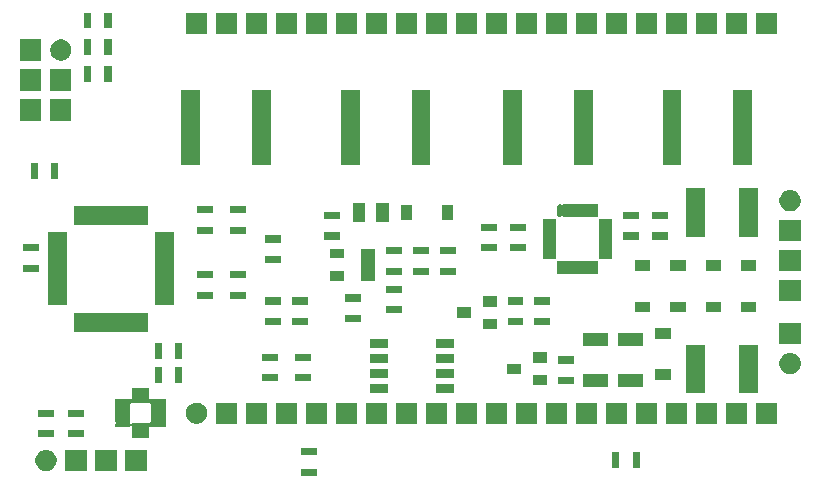
<source format=gbr>
G04 #@! TF.GenerationSoftware,KiCad,Pcbnew,(5.1.2-1)-1*
G04 #@! TF.CreationDate,2019-10-19T13:23:49+03:00*
G04 #@! TF.ProjectId,mag,6d61672e-6b69-4636-9164-5f7063625858,rev?*
G04 #@! TF.SameCoordinates,Original*
G04 #@! TF.FileFunction,Soldermask,Bot*
G04 #@! TF.FilePolarity,Negative*
%FSLAX46Y46*%
G04 Gerber Fmt 4.6, Leading zero omitted, Abs format (unit mm)*
G04 Created by KiCad (PCBNEW (5.1.2-1)-1) date 2019-10-19 13:23:49*
%MOMM*%
%LPD*%
G04 APERTURE LIST*
%ADD10C,0.100000*%
G04 APERTURE END LIST*
D10*
G36*
X127925000Y-80300000D02*
G01*
X126575000Y-80300000D01*
X126575000Y-79700000D01*
X127925000Y-79700000D01*
X127925000Y-80300000D01*
X127925000Y-80300000D01*
G37*
G36*
X110980000Y-79900000D02*
G01*
X109180000Y-79900000D01*
X109180000Y-78100000D01*
X110980000Y-78100000D01*
X110980000Y-79900000D01*
X110980000Y-79900000D01*
G37*
G36*
X108440000Y-79900000D02*
G01*
X106640000Y-79900000D01*
X106640000Y-78100000D01*
X108440000Y-78100000D01*
X108440000Y-79900000D01*
X108440000Y-79900000D01*
G37*
G36*
X105262520Y-78134586D02*
G01*
X105262522Y-78134587D01*
X105262523Y-78134587D01*
X105323025Y-78159648D01*
X105426310Y-78202430D01*
X105573717Y-78300924D01*
X105699076Y-78426283D01*
X105797570Y-78573690D01*
X105865414Y-78737480D01*
X105900000Y-78911358D01*
X105900000Y-79088642D01*
X105865414Y-79262520D01*
X105797570Y-79426310D01*
X105699076Y-79573717D01*
X105573717Y-79699076D01*
X105426310Y-79797570D01*
X105323025Y-79840352D01*
X105262523Y-79865413D01*
X105262522Y-79865413D01*
X105262520Y-79865414D01*
X105088642Y-79900000D01*
X104911358Y-79900000D01*
X104737480Y-79865414D01*
X104737478Y-79865413D01*
X104737477Y-79865413D01*
X104676975Y-79840352D01*
X104573690Y-79797570D01*
X104426283Y-79699076D01*
X104300924Y-79573717D01*
X104202430Y-79426310D01*
X104134586Y-79262520D01*
X104100000Y-79088642D01*
X104100000Y-78911358D01*
X104134586Y-78737480D01*
X104202430Y-78573690D01*
X104300924Y-78426283D01*
X104426283Y-78300924D01*
X104573690Y-78202430D01*
X104676975Y-78159648D01*
X104737477Y-78134587D01*
X104737478Y-78134587D01*
X104737480Y-78134586D01*
X104911358Y-78100000D01*
X105088642Y-78100000D01*
X105262520Y-78134586D01*
X105262520Y-78134586D01*
G37*
G36*
X113520000Y-79900000D02*
G01*
X111720000Y-79900000D01*
X111720000Y-78100000D01*
X113520000Y-78100000D01*
X113520000Y-79900000D01*
X113520000Y-79900000D01*
G37*
G36*
X155300000Y-79675000D02*
G01*
X154700000Y-79675000D01*
X154700000Y-78325000D01*
X155300000Y-78325000D01*
X155300000Y-79675000D01*
X155300000Y-79675000D01*
G37*
G36*
X153550000Y-79675000D02*
G01*
X152950000Y-79675000D01*
X152950000Y-78325000D01*
X153550000Y-78325000D01*
X153550000Y-79675000D01*
X153550000Y-79675000D01*
G37*
G36*
X127925000Y-78550000D02*
G01*
X126575000Y-78550000D01*
X126575000Y-77950000D01*
X127925000Y-77950000D01*
X127925000Y-78550000D01*
X127925000Y-78550000D01*
G37*
G36*
X113700000Y-73700001D02*
G01*
X113701921Y-73719510D01*
X113707612Y-73738269D01*
X113716853Y-73755557D01*
X113729289Y-73770711D01*
X113744443Y-73783147D01*
X113761731Y-73792388D01*
X113780490Y-73798079D01*
X113799999Y-73800000D01*
X115150000Y-73800000D01*
X115150000Y-76200000D01*
X113799999Y-76200000D01*
X113780490Y-76201921D01*
X113761731Y-76207612D01*
X113744443Y-76216853D01*
X113729289Y-76229289D01*
X113716853Y-76244443D01*
X113707612Y-76261731D01*
X113701921Y-76280490D01*
X113700000Y-76299999D01*
X113700000Y-77125000D01*
X112300000Y-77125000D01*
X112300000Y-76168264D01*
X112298079Y-76148755D01*
X112292388Y-76129996D01*
X112283147Y-76112708D01*
X112270711Y-76097554D01*
X112255557Y-76085118D01*
X112238269Y-76075877D01*
X112219510Y-76070186D01*
X112200001Y-76068265D01*
X112180492Y-76070186D01*
X112161733Y-76075877D01*
X112144445Y-76085118D01*
X112122702Y-76104824D01*
X112092105Y-76142105D01*
X112061653Y-76167098D01*
X112026907Y-76185669D01*
X111989208Y-76197105D01*
X111974512Y-76198553D01*
X111959817Y-76200000D01*
X111040183Y-76200000D01*
X111025488Y-76198553D01*
X111010792Y-76197105D01*
X110973093Y-76185669D01*
X110938347Y-76167098D01*
X110907895Y-76142105D01*
X110882902Y-76111653D01*
X110864331Y-76076907D01*
X110852895Y-76039208D01*
X110849033Y-75999999D01*
X110852895Y-75960792D01*
X110864331Y-75923093D01*
X110882902Y-75888348D01*
X110903345Y-75863439D01*
X110914236Y-75847140D01*
X110921738Y-75829029D01*
X110925563Y-75809803D01*
X110925563Y-75799999D01*
X112073955Y-75799999D01*
X112075876Y-75819508D01*
X112081567Y-75838267D01*
X112090808Y-75855555D01*
X112096655Y-75863439D01*
X112122702Y-75895176D01*
X112136564Y-75909038D01*
X112152864Y-75919928D01*
X112170975Y-75927430D01*
X112190201Y-75931254D01*
X112209805Y-75931253D01*
X112229031Y-75927428D01*
X112247142Y-75919926D01*
X112263441Y-75909035D01*
X112277303Y-75895173D01*
X112288193Y-75878873D01*
X112295695Y-75860762D01*
X112300000Y-75831736D01*
X112300000Y-75825000D01*
X113750001Y-75825000D01*
X113769510Y-75823079D01*
X113788269Y-75817388D01*
X113805557Y-75808147D01*
X113820711Y-75795711D01*
X113833147Y-75780557D01*
X113842388Y-75763269D01*
X113848079Y-75744510D01*
X113850000Y-75725001D01*
X113850000Y-74249999D01*
X113848079Y-74230490D01*
X113842388Y-74211731D01*
X113833147Y-74194443D01*
X113820711Y-74179289D01*
X113805557Y-74166853D01*
X113788269Y-74157612D01*
X113769510Y-74151921D01*
X113750001Y-74150000D01*
X112249999Y-74150000D01*
X112230490Y-74151921D01*
X112211731Y-74157612D01*
X112194443Y-74166853D01*
X112179289Y-74179289D01*
X112166853Y-74194443D01*
X112157612Y-74211731D01*
X112151921Y-74230490D01*
X112150000Y-74249999D01*
X112150000Y-75703269D01*
X112135686Y-75707612D01*
X112118398Y-75716853D01*
X112103244Y-75729289D01*
X112090808Y-75744443D01*
X112081567Y-75761731D01*
X112075876Y-75780490D01*
X112073955Y-75799999D01*
X110925563Y-75799999D01*
X110925564Y-75790200D01*
X110921740Y-75770973D01*
X110914238Y-75752862D01*
X110903348Y-75736562D01*
X110889486Y-75722700D01*
X110873187Y-75711809D01*
X110855076Y-75704307D01*
X110850000Y-75703297D01*
X110850000Y-73800000D01*
X112200001Y-73800000D01*
X112219510Y-73798079D01*
X112238269Y-73792388D01*
X112255557Y-73783147D01*
X112270711Y-73770711D01*
X112283147Y-73755557D01*
X112292388Y-73738269D01*
X112298079Y-73719510D01*
X112300000Y-73700001D01*
X112300000Y-72850000D01*
X113700000Y-72850000D01*
X113700000Y-73700001D01*
X113700000Y-73700001D01*
G37*
G36*
X108175000Y-77050000D02*
G01*
X106825000Y-77050000D01*
X106825000Y-76450000D01*
X108175000Y-76450000D01*
X108175000Y-77050000D01*
X108175000Y-77050000D01*
G37*
G36*
X105675000Y-77050000D02*
G01*
X104325000Y-77050000D01*
X104325000Y-76450000D01*
X105675000Y-76450000D01*
X105675000Y-77050000D01*
X105675000Y-77050000D01*
G37*
G36*
X128810000Y-75900000D02*
G01*
X127010000Y-75900000D01*
X127010000Y-74100000D01*
X128810000Y-74100000D01*
X128810000Y-75900000D01*
X128810000Y-75900000D01*
G37*
G36*
X126270000Y-75900000D02*
G01*
X124470000Y-75900000D01*
X124470000Y-74100000D01*
X126270000Y-74100000D01*
X126270000Y-75900000D01*
X126270000Y-75900000D01*
G37*
G36*
X123730000Y-75900000D02*
G01*
X121930000Y-75900000D01*
X121930000Y-74100000D01*
X123730000Y-74100000D01*
X123730000Y-75900000D01*
X123730000Y-75900000D01*
G37*
G36*
X121190000Y-75900000D02*
G01*
X119390000Y-75900000D01*
X119390000Y-74100000D01*
X121190000Y-74100000D01*
X121190000Y-75900000D01*
X121190000Y-75900000D01*
G37*
G36*
X118012520Y-74134586D02*
G01*
X118012522Y-74134587D01*
X118012523Y-74134587D01*
X118068110Y-74157612D01*
X118176310Y-74202430D01*
X118323717Y-74300924D01*
X118449076Y-74426283D01*
X118547570Y-74573690D01*
X118615414Y-74737480D01*
X118650000Y-74911358D01*
X118650000Y-75088642D01*
X118615414Y-75262520D01*
X118547570Y-75426310D01*
X118449076Y-75573717D01*
X118323717Y-75699076D01*
X118176310Y-75797570D01*
X118110088Y-75825000D01*
X118012523Y-75865413D01*
X118012522Y-75865413D01*
X118012520Y-75865414D01*
X117838642Y-75900000D01*
X117661358Y-75900000D01*
X117487480Y-75865414D01*
X117487478Y-75865413D01*
X117487477Y-75865413D01*
X117389912Y-75825000D01*
X117323690Y-75797570D01*
X117176283Y-75699076D01*
X117050924Y-75573717D01*
X116952430Y-75426310D01*
X116884586Y-75262520D01*
X116850000Y-75088642D01*
X116850000Y-74911358D01*
X116884586Y-74737480D01*
X116952430Y-74573690D01*
X117050924Y-74426283D01*
X117176283Y-74300924D01*
X117323690Y-74202430D01*
X117431890Y-74157612D01*
X117487477Y-74134587D01*
X117487478Y-74134587D01*
X117487480Y-74134586D01*
X117661358Y-74100000D01*
X117838642Y-74100000D01*
X118012520Y-74134586D01*
X118012520Y-74134586D01*
G37*
G36*
X166910000Y-75900000D02*
G01*
X165110000Y-75900000D01*
X165110000Y-74100000D01*
X166910000Y-74100000D01*
X166910000Y-75900000D01*
X166910000Y-75900000D01*
G37*
G36*
X164370000Y-75900000D02*
G01*
X162570000Y-75900000D01*
X162570000Y-74100000D01*
X164370000Y-74100000D01*
X164370000Y-75900000D01*
X164370000Y-75900000D01*
G37*
G36*
X161830000Y-75900000D02*
G01*
X160030000Y-75900000D01*
X160030000Y-74100000D01*
X161830000Y-74100000D01*
X161830000Y-75900000D01*
X161830000Y-75900000D01*
G37*
G36*
X159290000Y-75900000D02*
G01*
X157490000Y-75900000D01*
X157490000Y-74100000D01*
X159290000Y-74100000D01*
X159290000Y-75900000D01*
X159290000Y-75900000D01*
G37*
G36*
X156750000Y-75900000D02*
G01*
X154950000Y-75900000D01*
X154950000Y-74100000D01*
X156750000Y-74100000D01*
X156750000Y-75900000D01*
X156750000Y-75900000D01*
G37*
G36*
X154210000Y-75900000D02*
G01*
X152410000Y-75900000D01*
X152410000Y-74100000D01*
X154210000Y-74100000D01*
X154210000Y-75900000D01*
X154210000Y-75900000D01*
G37*
G36*
X151670000Y-75900000D02*
G01*
X149870000Y-75900000D01*
X149870000Y-74100000D01*
X151670000Y-74100000D01*
X151670000Y-75900000D01*
X151670000Y-75900000D01*
G37*
G36*
X149130000Y-75900000D02*
G01*
X147330000Y-75900000D01*
X147330000Y-74100000D01*
X149130000Y-74100000D01*
X149130000Y-75900000D01*
X149130000Y-75900000D01*
G37*
G36*
X146590000Y-75900000D02*
G01*
X144790000Y-75900000D01*
X144790000Y-74100000D01*
X146590000Y-74100000D01*
X146590000Y-75900000D01*
X146590000Y-75900000D01*
G37*
G36*
X144050000Y-75900000D02*
G01*
X142250000Y-75900000D01*
X142250000Y-74100000D01*
X144050000Y-74100000D01*
X144050000Y-75900000D01*
X144050000Y-75900000D01*
G37*
G36*
X131350000Y-75900000D02*
G01*
X129550000Y-75900000D01*
X129550000Y-74100000D01*
X131350000Y-74100000D01*
X131350000Y-75900000D01*
X131350000Y-75900000D01*
G37*
G36*
X133890000Y-75900000D02*
G01*
X132090000Y-75900000D01*
X132090000Y-74100000D01*
X133890000Y-74100000D01*
X133890000Y-75900000D01*
X133890000Y-75900000D01*
G37*
G36*
X136430000Y-75900000D02*
G01*
X134630000Y-75900000D01*
X134630000Y-74100000D01*
X136430000Y-74100000D01*
X136430000Y-75900000D01*
X136430000Y-75900000D01*
G37*
G36*
X138970000Y-75900000D02*
G01*
X137170000Y-75900000D01*
X137170000Y-74100000D01*
X138970000Y-74100000D01*
X138970000Y-75900000D01*
X138970000Y-75900000D01*
G37*
G36*
X141510000Y-75900000D02*
G01*
X139710000Y-75900000D01*
X139710000Y-74100000D01*
X141510000Y-74100000D01*
X141510000Y-75900000D01*
X141510000Y-75900000D01*
G37*
G36*
X105675000Y-75300000D02*
G01*
X104325000Y-75300000D01*
X104325000Y-74700000D01*
X105675000Y-74700000D01*
X105675000Y-75300000D01*
X105675000Y-75300000D01*
G37*
G36*
X108175000Y-75300000D02*
G01*
X106825000Y-75300000D01*
X106825000Y-74700000D01*
X108175000Y-74700000D01*
X108175000Y-75300000D01*
X108175000Y-75300000D01*
G37*
G36*
X160800000Y-73300000D02*
G01*
X159200000Y-73300000D01*
X159200000Y-69200000D01*
X160800000Y-69200000D01*
X160800000Y-73300000D01*
X160800000Y-73300000D01*
G37*
G36*
X165300000Y-73300000D02*
G01*
X163700000Y-73300000D01*
X163700000Y-69200000D01*
X165300000Y-69200000D01*
X165300000Y-73300000D01*
X165300000Y-73300000D01*
G37*
G36*
X133992600Y-73259800D02*
G01*
X132419400Y-73259800D01*
X132419400Y-72550200D01*
X133992600Y-72550200D01*
X133992600Y-73259800D01*
X133992600Y-73259800D01*
G37*
G36*
X139580600Y-73259800D02*
G01*
X138007400Y-73259800D01*
X138007400Y-72550200D01*
X139580600Y-72550200D01*
X139580600Y-73259800D01*
X139580600Y-73259800D01*
G37*
G36*
X152550000Y-72800000D02*
G01*
X150450000Y-72800000D01*
X150450000Y-71700000D01*
X152550000Y-71700000D01*
X152550000Y-72800000D01*
X152550000Y-72800000D01*
G37*
G36*
X155550000Y-72800000D02*
G01*
X153450000Y-72800000D01*
X153450000Y-71700000D01*
X155550000Y-71700000D01*
X155550000Y-72800000D01*
X155550000Y-72800000D01*
G37*
G36*
X147450000Y-72650000D02*
G01*
X146250000Y-72650000D01*
X146250000Y-71750000D01*
X147450000Y-71750000D01*
X147450000Y-72650000D01*
X147450000Y-72650000D01*
G37*
G36*
X149675000Y-72550000D02*
G01*
X148325000Y-72550000D01*
X148325000Y-71950000D01*
X149675000Y-71950000D01*
X149675000Y-72550000D01*
X149675000Y-72550000D01*
G37*
G36*
X114800000Y-72425000D02*
G01*
X114200000Y-72425000D01*
X114200000Y-71075000D01*
X114800000Y-71075000D01*
X114800000Y-72425000D01*
X114800000Y-72425000D01*
G37*
G36*
X116550000Y-72425000D02*
G01*
X115950000Y-72425000D01*
X115950000Y-71075000D01*
X116550000Y-71075000D01*
X116550000Y-72425000D01*
X116550000Y-72425000D01*
G37*
G36*
X127425000Y-72300000D02*
G01*
X126075000Y-72300000D01*
X126075000Y-71700000D01*
X127425000Y-71700000D01*
X127425000Y-72300000D01*
X127425000Y-72300000D01*
G37*
G36*
X124675000Y-72300000D02*
G01*
X123325000Y-72300000D01*
X123325000Y-71700000D01*
X124675000Y-71700000D01*
X124675000Y-72300000D01*
X124675000Y-72300000D01*
G37*
G36*
X157900000Y-72200000D02*
G01*
X156600000Y-72200000D01*
X156600000Y-71300000D01*
X157900000Y-71300000D01*
X157900000Y-72200000D01*
X157900000Y-72200000D01*
G37*
G36*
X139580600Y-71989800D02*
G01*
X138007400Y-71989800D01*
X138007400Y-71280200D01*
X139580600Y-71280200D01*
X139580600Y-71989800D01*
X139580600Y-71989800D01*
G37*
G36*
X133992600Y-71989800D02*
G01*
X132419400Y-71989800D01*
X132419400Y-71280200D01*
X133992600Y-71280200D01*
X133992600Y-71989800D01*
X133992600Y-71989800D01*
G37*
G36*
X145250000Y-71700000D02*
G01*
X144050000Y-71700000D01*
X144050000Y-70800000D01*
X145250000Y-70800000D01*
X145250000Y-71700000D01*
X145250000Y-71700000D01*
G37*
G36*
X168262520Y-69924586D02*
G01*
X168262522Y-69924587D01*
X168262523Y-69924587D01*
X168323025Y-69949648D01*
X168426310Y-69992430D01*
X168573717Y-70090924D01*
X168699076Y-70216283D01*
X168797570Y-70363690D01*
X168797570Y-70363691D01*
X168865413Y-70527477D01*
X168900000Y-70701360D01*
X168900000Y-70878640D01*
X168865413Y-71052523D01*
X168840352Y-71113025D01*
X168797570Y-71216310D01*
X168699076Y-71363717D01*
X168573717Y-71489076D01*
X168426310Y-71587570D01*
X168323025Y-71630352D01*
X168262523Y-71655413D01*
X168262522Y-71655413D01*
X168262520Y-71655414D01*
X168088642Y-71690000D01*
X167911358Y-71690000D01*
X167737480Y-71655414D01*
X167737478Y-71655413D01*
X167737477Y-71655413D01*
X167676975Y-71630352D01*
X167573690Y-71587570D01*
X167426283Y-71489076D01*
X167300924Y-71363717D01*
X167202430Y-71216310D01*
X167159648Y-71113025D01*
X167134587Y-71052523D01*
X167100000Y-70878640D01*
X167100000Y-70701360D01*
X167134587Y-70527477D01*
X167202430Y-70363691D01*
X167202430Y-70363690D01*
X167300924Y-70216283D01*
X167426283Y-70090924D01*
X167573690Y-69992430D01*
X167676975Y-69949648D01*
X167737477Y-69924587D01*
X167737478Y-69924587D01*
X167737480Y-69924586D01*
X167911358Y-69890000D01*
X168088642Y-69890000D01*
X168262520Y-69924586D01*
X168262520Y-69924586D01*
G37*
G36*
X149675000Y-70800000D02*
G01*
X148325000Y-70800000D01*
X148325000Y-70200000D01*
X149675000Y-70200000D01*
X149675000Y-70800000D01*
X149675000Y-70800000D01*
G37*
G36*
X147450000Y-70750000D02*
G01*
X146250000Y-70750000D01*
X146250000Y-69850000D01*
X147450000Y-69850000D01*
X147450000Y-70750000D01*
X147450000Y-70750000D01*
G37*
G36*
X133992600Y-70719800D02*
G01*
X132419400Y-70719800D01*
X132419400Y-70010200D01*
X133992600Y-70010200D01*
X133992600Y-70719800D01*
X133992600Y-70719800D01*
G37*
G36*
X139580600Y-70719800D02*
G01*
X138007400Y-70719800D01*
X138007400Y-70010200D01*
X139580600Y-70010200D01*
X139580600Y-70719800D01*
X139580600Y-70719800D01*
G37*
G36*
X124675000Y-70550000D02*
G01*
X123325000Y-70550000D01*
X123325000Y-69950000D01*
X124675000Y-69950000D01*
X124675000Y-70550000D01*
X124675000Y-70550000D01*
G37*
G36*
X127425000Y-70550000D02*
G01*
X126075000Y-70550000D01*
X126075000Y-69950000D01*
X127425000Y-69950000D01*
X127425000Y-70550000D01*
X127425000Y-70550000D01*
G37*
G36*
X116550000Y-70425000D02*
G01*
X115950000Y-70425000D01*
X115950000Y-69075000D01*
X116550000Y-69075000D01*
X116550000Y-70425000D01*
X116550000Y-70425000D01*
G37*
G36*
X114800000Y-70425000D02*
G01*
X114200000Y-70425000D01*
X114200000Y-69075000D01*
X114800000Y-69075000D01*
X114800000Y-70425000D01*
X114800000Y-70425000D01*
G37*
G36*
X133992600Y-69449800D02*
G01*
X132419400Y-69449800D01*
X132419400Y-68740200D01*
X133992600Y-68740200D01*
X133992600Y-69449800D01*
X133992600Y-69449800D01*
G37*
G36*
X139580600Y-69449800D02*
G01*
X138007400Y-69449800D01*
X138007400Y-68740200D01*
X139580600Y-68740200D01*
X139580600Y-69449800D01*
X139580600Y-69449800D01*
G37*
G36*
X155550000Y-69300000D02*
G01*
X153450000Y-69300000D01*
X153450000Y-68200000D01*
X155550000Y-68200000D01*
X155550000Y-69300000D01*
X155550000Y-69300000D01*
G37*
G36*
X152550000Y-69300000D02*
G01*
X150450000Y-69300000D01*
X150450000Y-68200000D01*
X152550000Y-68200000D01*
X152550000Y-69300000D01*
X152550000Y-69300000D01*
G37*
G36*
X168900000Y-69150000D02*
G01*
X167100000Y-69150000D01*
X167100000Y-67350000D01*
X168900000Y-67350000D01*
X168900000Y-69150000D01*
X168900000Y-69150000D01*
G37*
G36*
X157900000Y-68700000D02*
G01*
X156600000Y-68700000D01*
X156600000Y-67800000D01*
X157900000Y-67800000D01*
X157900000Y-68700000D01*
X157900000Y-68700000D01*
G37*
G36*
X113625000Y-68100000D02*
G01*
X107375000Y-68100000D01*
X107375000Y-66500000D01*
X113625000Y-66500000D01*
X113625000Y-68100000D01*
X113625000Y-68100000D01*
G37*
G36*
X143200000Y-67900000D02*
G01*
X142000000Y-67900000D01*
X142000000Y-67000000D01*
X143200000Y-67000000D01*
X143200000Y-67900000D01*
X143200000Y-67900000D01*
G37*
G36*
X124925000Y-67550000D02*
G01*
X123575000Y-67550000D01*
X123575000Y-66950000D01*
X124925000Y-66950000D01*
X124925000Y-67550000D01*
X124925000Y-67550000D01*
G37*
G36*
X127175000Y-67550000D02*
G01*
X125825000Y-67550000D01*
X125825000Y-66950000D01*
X127175000Y-66950000D01*
X127175000Y-67550000D01*
X127175000Y-67550000D01*
G37*
G36*
X145425000Y-67550000D02*
G01*
X144075000Y-67550000D01*
X144075000Y-66950000D01*
X145425000Y-66950000D01*
X145425000Y-67550000D01*
X145425000Y-67550000D01*
G37*
G36*
X147675000Y-67550000D02*
G01*
X146325000Y-67550000D01*
X146325000Y-66950000D01*
X147675000Y-66950000D01*
X147675000Y-67550000D01*
X147675000Y-67550000D01*
G37*
G36*
X131675000Y-67300000D02*
G01*
X130325000Y-67300000D01*
X130325000Y-66700000D01*
X131675000Y-66700000D01*
X131675000Y-67300000D01*
X131675000Y-67300000D01*
G37*
G36*
X141000000Y-66950000D02*
G01*
X139800000Y-66950000D01*
X139800000Y-66050000D01*
X141000000Y-66050000D01*
X141000000Y-66950000D01*
X141000000Y-66950000D01*
G37*
G36*
X135175000Y-66550000D02*
G01*
X133825000Y-66550000D01*
X133825000Y-65950000D01*
X135175000Y-65950000D01*
X135175000Y-66550000D01*
X135175000Y-66550000D01*
G37*
G36*
X165150000Y-66450000D02*
G01*
X163850000Y-66450000D01*
X163850000Y-65550000D01*
X165150000Y-65550000D01*
X165150000Y-66450000D01*
X165150000Y-66450000D01*
G37*
G36*
X162150000Y-66450000D02*
G01*
X160850000Y-66450000D01*
X160850000Y-65550000D01*
X162150000Y-65550000D01*
X162150000Y-66450000D01*
X162150000Y-66450000D01*
G37*
G36*
X156150000Y-66450000D02*
G01*
X154850000Y-66450000D01*
X154850000Y-65550000D01*
X156150000Y-65550000D01*
X156150000Y-66450000D01*
X156150000Y-66450000D01*
G37*
G36*
X159150000Y-66450000D02*
G01*
X157850000Y-66450000D01*
X157850000Y-65550000D01*
X159150000Y-65550000D01*
X159150000Y-66450000D01*
X159150000Y-66450000D01*
G37*
G36*
X143200000Y-66000000D02*
G01*
X142000000Y-66000000D01*
X142000000Y-65100000D01*
X143200000Y-65100000D01*
X143200000Y-66000000D01*
X143200000Y-66000000D01*
G37*
G36*
X115800000Y-65875000D02*
G01*
X114200000Y-65875000D01*
X114200000Y-59625000D01*
X115800000Y-59625000D01*
X115800000Y-65875000D01*
X115800000Y-65875000D01*
G37*
G36*
X106800000Y-65875000D02*
G01*
X105200000Y-65875000D01*
X105200000Y-59625000D01*
X106800000Y-59625000D01*
X106800000Y-65875000D01*
X106800000Y-65875000D01*
G37*
G36*
X145425000Y-65800000D02*
G01*
X144075000Y-65800000D01*
X144075000Y-65200000D01*
X145425000Y-65200000D01*
X145425000Y-65800000D01*
X145425000Y-65800000D01*
G37*
G36*
X147675000Y-65800000D02*
G01*
X146325000Y-65800000D01*
X146325000Y-65200000D01*
X147675000Y-65200000D01*
X147675000Y-65800000D01*
X147675000Y-65800000D01*
G37*
G36*
X127175000Y-65800000D02*
G01*
X125825000Y-65800000D01*
X125825000Y-65200000D01*
X127175000Y-65200000D01*
X127175000Y-65800000D01*
X127175000Y-65800000D01*
G37*
G36*
X124925000Y-65800000D02*
G01*
X123575000Y-65800000D01*
X123575000Y-65200000D01*
X124925000Y-65200000D01*
X124925000Y-65800000D01*
X124925000Y-65800000D01*
G37*
G36*
X131675000Y-65550000D02*
G01*
X130325000Y-65550000D01*
X130325000Y-64950000D01*
X131675000Y-64950000D01*
X131675000Y-65550000D01*
X131675000Y-65550000D01*
G37*
G36*
X168900000Y-65520000D02*
G01*
X167100000Y-65520000D01*
X167100000Y-63720000D01*
X168900000Y-63720000D01*
X168900000Y-65520000D01*
X168900000Y-65520000D01*
G37*
G36*
X119175000Y-65300000D02*
G01*
X117825000Y-65300000D01*
X117825000Y-64700000D01*
X119175000Y-64700000D01*
X119175000Y-65300000D01*
X119175000Y-65300000D01*
G37*
G36*
X121925000Y-65300000D02*
G01*
X120575000Y-65300000D01*
X120575000Y-64700000D01*
X121925000Y-64700000D01*
X121925000Y-65300000D01*
X121925000Y-65300000D01*
G37*
G36*
X135175000Y-64800000D02*
G01*
X133825000Y-64800000D01*
X133825000Y-64200000D01*
X135175000Y-64200000D01*
X135175000Y-64800000D01*
X135175000Y-64800000D01*
G37*
G36*
X132850000Y-63800000D02*
G01*
X131650000Y-63800000D01*
X131650000Y-61100000D01*
X132850000Y-61100000D01*
X132850000Y-63800000D01*
X132850000Y-63800000D01*
G37*
G36*
X130250000Y-63800000D02*
G01*
X129050000Y-63800000D01*
X129050000Y-63000000D01*
X130250000Y-63000000D01*
X130250000Y-63800000D01*
X130250000Y-63800000D01*
G37*
G36*
X121925000Y-63550000D02*
G01*
X120575000Y-63550000D01*
X120575000Y-62950000D01*
X121925000Y-62950000D01*
X121925000Y-63550000D01*
X121925000Y-63550000D01*
G37*
G36*
X119175000Y-63550000D02*
G01*
X117825000Y-63550000D01*
X117825000Y-62950000D01*
X119175000Y-62950000D01*
X119175000Y-63550000D01*
X119175000Y-63550000D01*
G37*
G36*
X139675000Y-63300000D02*
G01*
X138325000Y-63300000D01*
X138325000Y-62700000D01*
X139675000Y-62700000D01*
X139675000Y-63300000D01*
X139675000Y-63300000D01*
G37*
G36*
X135175000Y-63300000D02*
G01*
X133825000Y-63300000D01*
X133825000Y-62700000D01*
X135175000Y-62700000D01*
X135175000Y-63300000D01*
X135175000Y-63300000D01*
G37*
G36*
X137425000Y-63300000D02*
G01*
X136075000Y-63300000D01*
X136075000Y-62700000D01*
X137425000Y-62700000D01*
X137425000Y-63300000D01*
X137425000Y-63300000D01*
G37*
G36*
X151700000Y-63200000D02*
G01*
X148300000Y-63200000D01*
X148300000Y-62100000D01*
X151700000Y-62100000D01*
X151700000Y-63200000D01*
X151700000Y-63200000D01*
G37*
G36*
X104425000Y-63050000D02*
G01*
X103075000Y-63050000D01*
X103075000Y-62450000D01*
X104425000Y-62450000D01*
X104425000Y-63050000D01*
X104425000Y-63050000D01*
G37*
G36*
X168900000Y-62980000D02*
G01*
X167100000Y-62980000D01*
X167100000Y-61180000D01*
X168900000Y-61180000D01*
X168900000Y-62980000D01*
X168900000Y-62980000D01*
G37*
G36*
X165150000Y-62950000D02*
G01*
X163850000Y-62950000D01*
X163850000Y-62050000D01*
X165150000Y-62050000D01*
X165150000Y-62950000D01*
X165150000Y-62950000D01*
G37*
G36*
X162150000Y-62950000D02*
G01*
X160850000Y-62950000D01*
X160850000Y-62050000D01*
X162150000Y-62050000D01*
X162150000Y-62950000D01*
X162150000Y-62950000D01*
G37*
G36*
X159150000Y-62950000D02*
G01*
X157850000Y-62950000D01*
X157850000Y-62050000D01*
X159150000Y-62050000D01*
X159150000Y-62950000D01*
X159150000Y-62950000D01*
G37*
G36*
X156150000Y-62950000D02*
G01*
X154850000Y-62950000D01*
X154850000Y-62050000D01*
X156150000Y-62050000D01*
X156150000Y-62950000D01*
X156150000Y-62950000D01*
G37*
G36*
X124925000Y-62300000D02*
G01*
X123575000Y-62300000D01*
X123575000Y-61700000D01*
X124925000Y-61700000D01*
X124925000Y-62300000D01*
X124925000Y-62300000D01*
G37*
G36*
X152950000Y-61950000D02*
G01*
X151850000Y-61950000D01*
X151850000Y-58550000D01*
X152950000Y-58550000D01*
X152950000Y-61950000D01*
X152950000Y-61950000D01*
G37*
G36*
X148150000Y-61950000D02*
G01*
X147050000Y-61950000D01*
X147050000Y-58550000D01*
X148150000Y-58550000D01*
X148150000Y-61950000D01*
X148150000Y-61950000D01*
G37*
G36*
X130250000Y-61900000D02*
G01*
X129050000Y-61900000D01*
X129050000Y-61100000D01*
X130250000Y-61100000D01*
X130250000Y-61900000D01*
X130250000Y-61900000D01*
G37*
G36*
X135175000Y-61550000D02*
G01*
X133825000Y-61550000D01*
X133825000Y-60950000D01*
X135175000Y-60950000D01*
X135175000Y-61550000D01*
X135175000Y-61550000D01*
G37*
G36*
X137425000Y-61550000D02*
G01*
X136075000Y-61550000D01*
X136075000Y-60950000D01*
X137425000Y-60950000D01*
X137425000Y-61550000D01*
X137425000Y-61550000D01*
G37*
G36*
X139675000Y-61550000D02*
G01*
X138325000Y-61550000D01*
X138325000Y-60950000D01*
X139675000Y-60950000D01*
X139675000Y-61550000D01*
X139675000Y-61550000D01*
G37*
G36*
X145675000Y-61300000D02*
G01*
X144325000Y-61300000D01*
X144325000Y-60700000D01*
X145675000Y-60700000D01*
X145675000Y-61300000D01*
X145675000Y-61300000D01*
G37*
G36*
X104425000Y-61300000D02*
G01*
X103075000Y-61300000D01*
X103075000Y-60700000D01*
X104425000Y-60700000D01*
X104425000Y-61300000D01*
X104425000Y-61300000D01*
G37*
G36*
X143175000Y-61300000D02*
G01*
X141825000Y-61300000D01*
X141825000Y-60700000D01*
X143175000Y-60700000D01*
X143175000Y-61300000D01*
X143175000Y-61300000D01*
G37*
G36*
X124925000Y-60550000D02*
G01*
X123575000Y-60550000D01*
X123575000Y-59950000D01*
X124925000Y-59950000D01*
X124925000Y-60550000D01*
X124925000Y-60550000D01*
G37*
G36*
X168900000Y-60440000D02*
G01*
X167100000Y-60440000D01*
X167100000Y-58640000D01*
X168900000Y-58640000D01*
X168900000Y-60440000D01*
X168900000Y-60440000D01*
G37*
G36*
X129925000Y-60300000D02*
G01*
X128575000Y-60300000D01*
X128575000Y-59700000D01*
X129925000Y-59700000D01*
X129925000Y-60300000D01*
X129925000Y-60300000D01*
G37*
G36*
X155175000Y-60300000D02*
G01*
X153825000Y-60300000D01*
X153825000Y-59700000D01*
X155175000Y-59700000D01*
X155175000Y-60300000D01*
X155175000Y-60300000D01*
G37*
G36*
X157675000Y-60300000D02*
G01*
X156325000Y-60300000D01*
X156325000Y-59700000D01*
X157675000Y-59700000D01*
X157675000Y-60300000D01*
X157675000Y-60300000D01*
G37*
G36*
X165300000Y-60050000D02*
G01*
X163700000Y-60050000D01*
X163700000Y-55950000D01*
X165300000Y-55950000D01*
X165300000Y-60050000D01*
X165300000Y-60050000D01*
G37*
G36*
X160800000Y-60050000D02*
G01*
X159200000Y-60050000D01*
X159200000Y-55950000D01*
X160800000Y-55950000D01*
X160800000Y-60050000D01*
X160800000Y-60050000D01*
G37*
G36*
X119175000Y-59800000D02*
G01*
X117825000Y-59800000D01*
X117825000Y-59200000D01*
X119175000Y-59200000D01*
X119175000Y-59800000D01*
X119175000Y-59800000D01*
G37*
G36*
X121925000Y-59800000D02*
G01*
X120575000Y-59800000D01*
X120575000Y-59200000D01*
X121925000Y-59200000D01*
X121925000Y-59800000D01*
X121925000Y-59800000D01*
G37*
G36*
X143175000Y-59550000D02*
G01*
X141825000Y-59550000D01*
X141825000Y-58950000D01*
X143175000Y-58950000D01*
X143175000Y-59550000D01*
X143175000Y-59550000D01*
G37*
G36*
X145675000Y-59550000D02*
G01*
X144325000Y-59550000D01*
X144325000Y-58950000D01*
X145675000Y-58950000D01*
X145675000Y-59550000D01*
X145675000Y-59550000D01*
G37*
G36*
X113625000Y-59050000D02*
G01*
X107375000Y-59050000D01*
X107375000Y-57450000D01*
X113625000Y-57450000D01*
X113625000Y-59050000D01*
X113625000Y-59050000D01*
G37*
G36*
X134049999Y-58800000D02*
G01*
X132949999Y-58800000D01*
X132949999Y-57200000D01*
X134049999Y-57200000D01*
X134049999Y-58800000D01*
X134049999Y-58800000D01*
G37*
G36*
X132049999Y-58800000D02*
G01*
X130949999Y-58800000D01*
X130949999Y-57200000D01*
X132049999Y-57200000D01*
X132049999Y-58800000D01*
X132049999Y-58800000D01*
G37*
G36*
X135950000Y-58650000D02*
G01*
X135050000Y-58650000D01*
X135050000Y-57350000D01*
X135950000Y-57350000D01*
X135950000Y-58650000D01*
X135950000Y-58650000D01*
G37*
G36*
X139450000Y-58650000D02*
G01*
X138550000Y-58650000D01*
X138550000Y-57350000D01*
X139450000Y-57350000D01*
X139450000Y-58650000D01*
X139450000Y-58650000D01*
G37*
G36*
X157675000Y-58550000D02*
G01*
X156325000Y-58550000D01*
X156325000Y-57950000D01*
X157675000Y-57950000D01*
X157675000Y-58550000D01*
X157675000Y-58550000D01*
G37*
G36*
X155175000Y-58550000D02*
G01*
X153825000Y-58550000D01*
X153825000Y-57950000D01*
X155175000Y-57950000D01*
X155175000Y-58550000D01*
X155175000Y-58550000D01*
G37*
G36*
X129925000Y-58550000D02*
G01*
X128575000Y-58550000D01*
X128575000Y-57950000D01*
X129925000Y-57950000D01*
X129925000Y-58550000D01*
X129925000Y-58550000D01*
G37*
G36*
X148539208Y-57302895D02*
G01*
X148576907Y-57314331D01*
X148611652Y-57332902D01*
X148636561Y-57353345D01*
X148652860Y-57364236D01*
X148670971Y-57371738D01*
X148690197Y-57375563D01*
X148709800Y-57375564D01*
X148729027Y-57371740D01*
X148747138Y-57364238D01*
X148763438Y-57353348D01*
X148777300Y-57339486D01*
X148788191Y-57323187D01*
X148795693Y-57305076D01*
X148796703Y-57300000D01*
X151700000Y-57300000D01*
X151700000Y-58400000D01*
X148796731Y-58400000D01*
X148792388Y-58385686D01*
X148783147Y-58368398D01*
X148770711Y-58353244D01*
X148755557Y-58340808D01*
X148738269Y-58331567D01*
X148719510Y-58325876D01*
X148700001Y-58323955D01*
X148680492Y-58325876D01*
X148661733Y-58331567D01*
X148644445Y-58340808D01*
X148636562Y-58346654D01*
X148611651Y-58367098D01*
X148576906Y-58385669D01*
X148539207Y-58397105D01*
X148500000Y-58400967D01*
X148460792Y-58397105D01*
X148423093Y-58385669D01*
X148388347Y-58367098D01*
X148357896Y-58342106D01*
X148332902Y-58311652D01*
X148314331Y-58276906D01*
X148302895Y-58239207D01*
X148300000Y-58209815D01*
X148300001Y-57490184D01*
X148302896Y-57460792D01*
X148314332Y-57423093D01*
X148332903Y-57388347D01*
X148357896Y-57357895D01*
X148388348Y-57332902D01*
X148423094Y-57314331D01*
X148460793Y-57302895D01*
X148500000Y-57299033D01*
X148539208Y-57302895D01*
X148539208Y-57302895D01*
G37*
G36*
X119175000Y-58050000D02*
G01*
X117825000Y-58050000D01*
X117825000Y-57450000D01*
X119175000Y-57450000D01*
X119175000Y-58050000D01*
X119175000Y-58050000D01*
G37*
G36*
X121925000Y-58050000D02*
G01*
X120575000Y-58050000D01*
X120575000Y-57450000D01*
X121925000Y-57450000D01*
X121925000Y-58050000D01*
X121925000Y-58050000D01*
G37*
G36*
X168262520Y-56134586D02*
G01*
X168262522Y-56134587D01*
X168262523Y-56134587D01*
X168323025Y-56159648D01*
X168426310Y-56202430D01*
X168573717Y-56300924D01*
X168699076Y-56426283D01*
X168797570Y-56573690D01*
X168865414Y-56737480D01*
X168900000Y-56911358D01*
X168900000Y-57088642D01*
X168865414Y-57262520D01*
X168797570Y-57426310D01*
X168699076Y-57573717D01*
X168573717Y-57699076D01*
X168426310Y-57797570D01*
X168323025Y-57840352D01*
X168262523Y-57865413D01*
X168262522Y-57865413D01*
X168262520Y-57865414D01*
X168088642Y-57900000D01*
X167911358Y-57900000D01*
X167737480Y-57865414D01*
X167737478Y-57865413D01*
X167737477Y-57865413D01*
X167676975Y-57840352D01*
X167573690Y-57797570D01*
X167426283Y-57699076D01*
X167300924Y-57573717D01*
X167202430Y-57426310D01*
X167134586Y-57262520D01*
X167100000Y-57088642D01*
X167100000Y-56911358D01*
X167134586Y-56737480D01*
X167202430Y-56573690D01*
X167300924Y-56426283D01*
X167426283Y-56300924D01*
X167573690Y-56202430D01*
X167676975Y-56159648D01*
X167737477Y-56134587D01*
X167737478Y-56134587D01*
X167737480Y-56134586D01*
X167911358Y-56100000D01*
X168088642Y-56100000D01*
X168262520Y-56134586D01*
X168262520Y-56134586D01*
G37*
G36*
X106050000Y-55175000D02*
G01*
X105450000Y-55175000D01*
X105450000Y-53825000D01*
X106050000Y-53825000D01*
X106050000Y-55175000D01*
X106050000Y-55175000D01*
G37*
G36*
X104300000Y-55175000D02*
G01*
X103700000Y-55175000D01*
X103700000Y-53825000D01*
X104300000Y-53825000D01*
X104300000Y-55175000D01*
X104300000Y-55175000D01*
G37*
G36*
X137550000Y-54000000D02*
G01*
X135950000Y-54000000D01*
X135950000Y-47650000D01*
X137550000Y-47650000D01*
X137550000Y-54000000D01*
X137550000Y-54000000D01*
G37*
G36*
X131550000Y-54000000D02*
G01*
X129950000Y-54000000D01*
X129950000Y-47650000D01*
X131550000Y-47650000D01*
X131550000Y-54000000D01*
X131550000Y-54000000D01*
G37*
G36*
X124050000Y-54000000D02*
G01*
X122450000Y-54000000D01*
X122450000Y-47650000D01*
X124050000Y-47650000D01*
X124050000Y-54000000D01*
X124050000Y-54000000D01*
G37*
G36*
X118050000Y-54000000D02*
G01*
X116450000Y-54000000D01*
X116450000Y-47650000D01*
X118050000Y-47650000D01*
X118050000Y-54000000D01*
X118050000Y-54000000D01*
G37*
G36*
X164800000Y-54000000D02*
G01*
X163200000Y-54000000D01*
X163200000Y-47650000D01*
X164800000Y-47650000D01*
X164800000Y-54000000D01*
X164800000Y-54000000D01*
G37*
G36*
X151300000Y-54000000D02*
G01*
X149700000Y-54000000D01*
X149700000Y-47650000D01*
X151300000Y-47650000D01*
X151300000Y-54000000D01*
X151300000Y-54000000D01*
G37*
G36*
X145300000Y-54000000D02*
G01*
X143700000Y-54000000D01*
X143700000Y-47650000D01*
X145300000Y-47650000D01*
X145300000Y-54000000D01*
X145300000Y-54000000D01*
G37*
G36*
X158800000Y-54000000D02*
G01*
X157200000Y-54000000D01*
X157200000Y-47650000D01*
X158800000Y-47650000D01*
X158800000Y-54000000D01*
X158800000Y-54000000D01*
G37*
G36*
X104610000Y-50230000D02*
G01*
X102810000Y-50230000D01*
X102810000Y-48430000D01*
X104610000Y-48430000D01*
X104610000Y-50230000D01*
X104610000Y-50230000D01*
G37*
G36*
X107150000Y-50230000D02*
G01*
X105350000Y-50230000D01*
X105350000Y-48430000D01*
X107150000Y-48430000D01*
X107150000Y-50230000D01*
X107150000Y-50230000D01*
G37*
G36*
X107150000Y-47690000D02*
G01*
X105350000Y-47690000D01*
X105350000Y-45890000D01*
X107150000Y-45890000D01*
X107150000Y-47690000D01*
X107150000Y-47690000D01*
G37*
G36*
X104610000Y-47690000D02*
G01*
X102810000Y-47690000D01*
X102810000Y-45890000D01*
X104610000Y-45890000D01*
X104610000Y-47690000D01*
X104610000Y-47690000D01*
G37*
G36*
X110550000Y-46925000D02*
G01*
X109950000Y-46925000D01*
X109950000Y-45575000D01*
X110550000Y-45575000D01*
X110550000Y-46925000D01*
X110550000Y-46925000D01*
G37*
G36*
X108800000Y-46925000D02*
G01*
X108200000Y-46925000D01*
X108200000Y-45575000D01*
X108800000Y-45575000D01*
X108800000Y-46925000D01*
X108800000Y-46925000D01*
G37*
G36*
X106512520Y-43384586D02*
G01*
X106512522Y-43384587D01*
X106512523Y-43384587D01*
X106573025Y-43409648D01*
X106676310Y-43452430D01*
X106823717Y-43550924D01*
X106949076Y-43676283D01*
X107047570Y-43823690D01*
X107115414Y-43987480D01*
X107150000Y-44161358D01*
X107150000Y-44338642D01*
X107115414Y-44512520D01*
X107047570Y-44676310D01*
X106949076Y-44823717D01*
X106823717Y-44949076D01*
X106676310Y-45047570D01*
X106573025Y-45090352D01*
X106512523Y-45115413D01*
X106512522Y-45115413D01*
X106512520Y-45115414D01*
X106338642Y-45150000D01*
X106161358Y-45150000D01*
X105987480Y-45115414D01*
X105987478Y-45115413D01*
X105987477Y-45115413D01*
X105926975Y-45090352D01*
X105823690Y-45047570D01*
X105676283Y-44949076D01*
X105550924Y-44823717D01*
X105452430Y-44676310D01*
X105384586Y-44512520D01*
X105350000Y-44338642D01*
X105350000Y-44161358D01*
X105384586Y-43987480D01*
X105452430Y-43823690D01*
X105550924Y-43676283D01*
X105676283Y-43550924D01*
X105823690Y-43452430D01*
X105926975Y-43409648D01*
X105987477Y-43384587D01*
X105987478Y-43384587D01*
X105987480Y-43384586D01*
X106161358Y-43350000D01*
X106338642Y-43350000D01*
X106512520Y-43384586D01*
X106512520Y-43384586D01*
G37*
G36*
X104610000Y-45150000D02*
G01*
X102810000Y-45150000D01*
X102810000Y-43350000D01*
X104610000Y-43350000D01*
X104610000Y-45150000D01*
X104610000Y-45150000D01*
G37*
G36*
X110550000Y-44675000D02*
G01*
X109950000Y-44675000D01*
X109950000Y-43325000D01*
X110550000Y-43325000D01*
X110550000Y-44675000D01*
X110550000Y-44675000D01*
G37*
G36*
X108800000Y-44675000D02*
G01*
X108200000Y-44675000D01*
X108200000Y-43325000D01*
X108800000Y-43325000D01*
X108800000Y-44675000D01*
X108800000Y-44675000D01*
G37*
G36*
X138970000Y-42880000D02*
G01*
X137170000Y-42880000D01*
X137170000Y-41080000D01*
X138970000Y-41080000D01*
X138970000Y-42880000D01*
X138970000Y-42880000D01*
G37*
G36*
X166910000Y-42880000D02*
G01*
X165110000Y-42880000D01*
X165110000Y-41080000D01*
X166910000Y-41080000D01*
X166910000Y-42880000D01*
X166910000Y-42880000D01*
G37*
G36*
X141510000Y-42880000D02*
G01*
X139710000Y-42880000D01*
X139710000Y-41080000D01*
X141510000Y-41080000D01*
X141510000Y-42880000D01*
X141510000Y-42880000D01*
G37*
G36*
X136430000Y-42880000D02*
G01*
X134630000Y-42880000D01*
X134630000Y-41080000D01*
X136430000Y-41080000D01*
X136430000Y-42880000D01*
X136430000Y-42880000D01*
G37*
G36*
X144050000Y-42880000D02*
G01*
X142250000Y-42880000D01*
X142250000Y-41080000D01*
X144050000Y-41080000D01*
X144050000Y-42880000D01*
X144050000Y-42880000D01*
G37*
G36*
X146590000Y-42880000D02*
G01*
X144790000Y-42880000D01*
X144790000Y-41080000D01*
X146590000Y-41080000D01*
X146590000Y-42880000D01*
X146590000Y-42880000D01*
G37*
G36*
X164370000Y-42880000D02*
G01*
X162570000Y-42880000D01*
X162570000Y-41080000D01*
X164370000Y-41080000D01*
X164370000Y-42880000D01*
X164370000Y-42880000D01*
G37*
G36*
X149130000Y-42880000D02*
G01*
X147330000Y-42880000D01*
X147330000Y-41080000D01*
X149130000Y-41080000D01*
X149130000Y-42880000D01*
X149130000Y-42880000D01*
G37*
G36*
X151670000Y-42880000D02*
G01*
X149870000Y-42880000D01*
X149870000Y-41080000D01*
X151670000Y-41080000D01*
X151670000Y-42880000D01*
X151670000Y-42880000D01*
G37*
G36*
X154210000Y-42880000D02*
G01*
X152410000Y-42880000D01*
X152410000Y-41080000D01*
X154210000Y-41080000D01*
X154210000Y-42880000D01*
X154210000Y-42880000D01*
G37*
G36*
X156750000Y-42880000D02*
G01*
X154950000Y-42880000D01*
X154950000Y-41080000D01*
X156750000Y-41080000D01*
X156750000Y-42880000D01*
X156750000Y-42880000D01*
G37*
G36*
X159290000Y-42880000D02*
G01*
X157490000Y-42880000D01*
X157490000Y-41080000D01*
X159290000Y-41080000D01*
X159290000Y-42880000D01*
X159290000Y-42880000D01*
G37*
G36*
X133890000Y-42880000D02*
G01*
X132090000Y-42880000D01*
X132090000Y-41080000D01*
X133890000Y-41080000D01*
X133890000Y-42880000D01*
X133890000Y-42880000D01*
G37*
G36*
X131350000Y-42880000D02*
G01*
X129550000Y-42880000D01*
X129550000Y-41080000D01*
X131350000Y-41080000D01*
X131350000Y-42880000D01*
X131350000Y-42880000D01*
G37*
G36*
X128810000Y-42880000D02*
G01*
X127010000Y-42880000D01*
X127010000Y-41080000D01*
X128810000Y-41080000D01*
X128810000Y-42880000D01*
X128810000Y-42880000D01*
G37*
G36*
X126270000Y-42880000D02*
G01*
X124470000Y-42880000D01*
X124470000Y-41080000D01*
X126270000Y-41080000D01*
X126270000Y-42880000D01*
X126270000Y-42880000D01*
G37*
G36*
X123730000Y-42880000D02*
G01*
X121930000Y-42880000D01*
X121930000Y-41080000D01*
X123730000Y-41080000D01*
X123730000Y-42880000D01*
X123730000Y-42880000D01*
G37*
G36*
X121190000Y-42880000D02*
G01*
X119390000Y-42880000D01*
X119390000Y-41080000D01*
X121190000Y-41080000D01*
X121190000Y-42880000D01*
X121190000Y-42880000D01*
G37*
G36*
X161830000Y-42880000D02*
G01*
X160030000Y-42880000D01*
X160030000Y-41080000D01*
X161830000Y-41080000D01*
X161830000Y-42880000D01*
X161830000Y-42880000D01*
G37*
G36*
X118650000Y-42880000D02*
G01*
X116850000Y-42880000D01*
X116850000Y-41080000D01*
X118650000Y-41080000D01*
X118650000Y-42880000D01*
X118650000Y-42880000D01*
G37*
G36*
X110550000Y-42425000D02*
G01*
X109950000Y-42425000D01*
X109950000Y-41075000D01*
X110550000Y-41075000D01*
X110550000Y-42425000D01*
X110550000Y-42425000D01*
G37*
G36*
X108800000Y-42425000D02*
G01*
X108200000Y-42425000D01*
X108200000Y-41075000D01*
X108800000Y-41075000D01*
X108800000Y-42425000D01*
X108800000Y-42425000D01*
G37*
M02*

</source>
